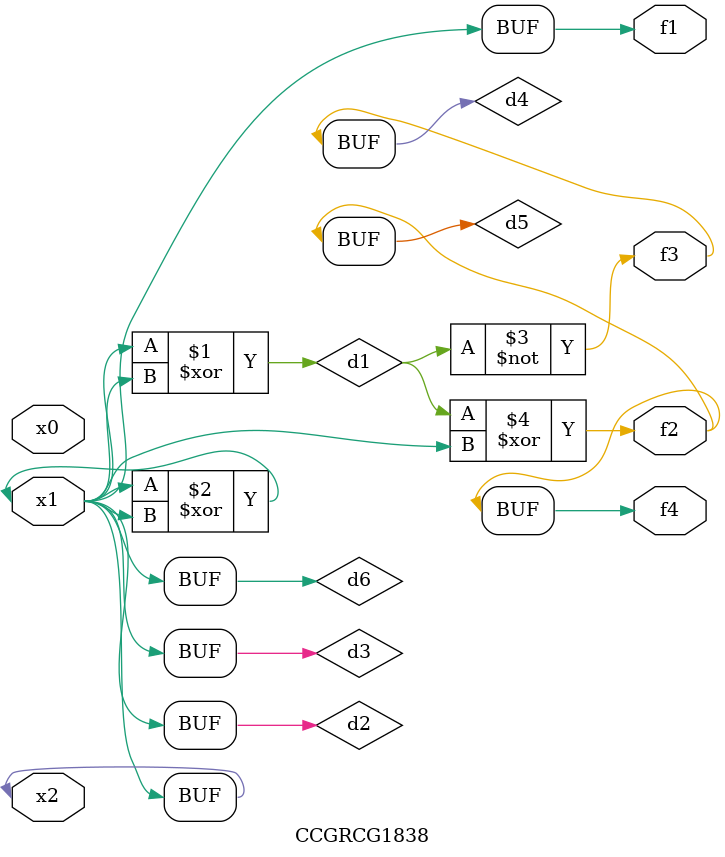
<source format=v>
module CCGRCG1838(
	input x0, x1, x2,
	output f1, f2, f3, f4
);

	wire d1, d2, d3, d4, d5, d6;

	xor (d1, x1, x2);
	buf (d2, x1, x2);
	xor (d3, x1, x2);
	nor (d4, d1);
	xor (d5, d1, d2);
	buf (d6, d2, d3);
	assign f1 = d6;
	assign f2 = d5;
	assign f3 = d4;
	assign f4 = d5;
endmodule

</source>
